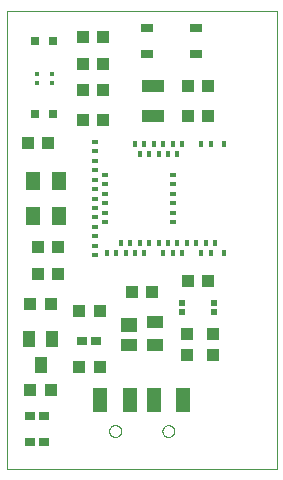
<source format=gtp>
G75*
%MOIN*%
%OFA0B0*%
%FSLAX25Y25*%
%IPPOS*%
%LPD*%
%AMOC8*
5,1,8,0,0,1.08239X$1,22.5*
%
%ADD10C,0.00000*%
%ADD11R,0.01575X0.02362*%
%ADD12R,0.02362X0.01575*%
%ADD13R,0.07480X0.04331*%
%ADD14R,0.04134X0.04252*%
%ADD15R,0.03642X0.02913*%
%ADD16R,0.04252X0.04134*%
%ADD17R,0.05669X0.03937*%
%ADD18R,0.05669X0.04724*%
%ADD19R,0.04724X0.07874*%
%ADD20R,0.03937X0.04331*%
%ADD21R,0.04134X0.02559*%
%ADD22R,0.02165X0.02165*%
%ADD23R,0.03150X0.03150*%
%ADD24R,0.01772X0.01378*%
%ADD25R,0.03937X0.05512*%
%ADD26R,0.04724X0.05906*%
D10*
X0022622Y0058041D02*
X0022622Y0210541D01*
X0112622Y0210541D01*
X0112622Y0058041D01*
X0022622Y0058041D01*
X0056795Y0070541D02*
X0056797Y0070629D01*
X0056803Y0070717D01*
X0056813Y0070805D01*
X0056827Y0070893D01*
X0056844Y0070979D01*
X0056866Y0071065D01*
X0056891Y0071149D01*
X0056921Y0071233D01*
X0056953Y0071315D01*
X0056990Y0071395D01*
X0057030Y0071474D01*
X0057074Y0071551D01*
X0057121Y0071626D01*
X0057171Y0071698D01*
X0057225Y0071769D01*
X0057281Y0071836D01*
X0057341Y0071902D01*
X0057403Y0071964D01*
X0057469Y0072024D01*
X0057536Y0072080D01*
X0057607Y0072134D01*
X0057679Y0072184D01*
X0057754Y0072231D01*
X0057831Y0072275D01*
X0057910Y0072315D01*
X0057990Y0072352D01*
X0058072Y0072384D01*
X0058156Y0072414D01*
X0058240Y0072439D01*
X0058326Y0072461D01*
X0058412Y0072478D01*
X0058500Y0072492D01*
X0058588Y0072502D01*
X0058676Y0072508D01*
X0058764Y0072510D01*
X0058852Y0072508D01*
X0058940Y0072502D01*
X0059028Y0072492D01*
X0059116Y0072478D01*
X0059202Y0072461D01*
X0059288Y0072439D01*
X0059372Y0072414D01*
X0059456Y0072384D01*
X0059538Y0072352D01*
X0059618Y0072315D01*
X0059697Y0072275D01*
X0059774Y0072231D01*
X0059849Y0072184D01*
X0059921Y0072134D01*
X0059992Y0072080D01*
X0060059Y0072024D01*
X0060125Y0071964D01*
X0060187Y0071902D01*
X0060247Y0071836D01*
X0060303Y0071769D01*
X0060357Y0071698D01*
X0060407Y0071626D01*
X0060454Y0071551D01*
X0060498Y0071474D01*
X0060538Y0071395D01*
X0060575Y0071315D01*
X0060607Y0071233D01*
X0060637Y0071149D01*
X0060662Y0071065D01*
X0060684Y0070979D01*
X0060701Y0070893D01*
X0060715Y0070805D01*
X0060725Y0070717D01*
X0060731Y0070629D01*
X0060733Y0070541D01*
X0060731Y0070453D01*
X0060725Y0070365D01*
X0060715Y0070277D01*
X0060701Y0070189D01*
X0060684Y0070103D01*
X0060662Y0070017D01*
X0060637Y0069933D01*
X0060607Y0069849D01*
X0060575Y0069767D01*
X0060538Y0069687D01*
X0060498Y0069608D01*
X0060454Y0069531D01*
X0060407Y0069456D01*
X0060357Y0069384D01*
X0060303Y0069313D01*
X0060247Y0069246D01*
X0060187Y0069180D01*
X0060125Y0069118D01*
X0060059Y0069058D01*
X0059992Y0069002D01*
X0059921Y0068948D01*
X0059849Y0068898D01*
X0059774Y0068851D01*
X0059697Y0068807D01*
X0059618Y0068767D01*
X0059538Y0068730D01*
X0059456Y0068698D01*
X0059372Y0068668D01*
X0059288Y0068643D01*
X0059202Y0068621D01*
X0059116Y0068604D01*
X0059028Y0068590D01*
X0058940Y0068580D01*
X0058852Y0068574D01*
X0058764Y0068572D01*
X0058676Y0068574D01*
X0058588Y0068580D01*
X0058500Y0068590D01*
X0058412Y0068604D01*
X0058326Y0068621D01*
X0058240Y0068643D01*
X0058156Y0068668D01*
X0058072Y0068698D01*
X0057990Y0068730D01*
X0057910Y0068767D01*
X0057831Y0068807D01*
X0057754Y0068851D01*
X0057679Y0068898D01*
X0057607Y0068948D01*
X0057536Y0069002D01*
X0057469Y0069058D01*
X0057403Y0069118D01*
X0057341Y0069180D01*
X0057281Y0069246D01*
X0057225Y0069313D01*
X0057171Y0069384D01*
X0057121Y0069456D01*
X0057074Y0069531D01*
X0057030Y0069608D01*
X0056990Y0069687D01*
X0056953Y0069767D01*
X0056921Y0069849D01*
X0056891Y0069933D01*
X0056866Y0070017D01*
X0056844Y0070103D01*
X0056827Y0070189D01*
X0056813Y0070277D01*
X0056803Y0070365D01*
X0056797Y0070453D01*
X0056795Y0070541D01*
X0074511Y0070541D02*
X0074513Y0070629D01*
X0074519Y0070717D01*
X0074529Y0070805D01*
X0074543Y0070893D01*
X0074560Y0070979D01*
X0074582Y0071065D01*
X0074607Y0071149D01*
X0074637Y0071233D01*
X0074669Y0071315D01*
X0074706Y0071395D01*
X0074746Y0071474D01*
X0074790Y0071551D01*
X0074837Y0071626D01*
X0074887Y0071698D01*
X0074941Y0071769D01*
X0074997Y0071836D01*
X0075057Y0071902D01*
X0075119Y0071964D01*
X0075185Y0072024D01*
X0075252Y0072080D01*
X0075323Y0072134D01*
X0075395Y0072184D01*
X0075470Y0072231D01*
X0075547Y0072275D01*
X0075626Y0072315D01*
X0075706Y0072352D01*
X0075788Y0072384D01*
X0075872Y0072414D01*
X0075956Y0072439D01*
X0076042Y0072461D01*
X0076128Y0072478D01*
X0076216Y0072492D01*
X0076304Y0072502D01*
X0076392Y0072508D01*
X0076480Y0072510D01*
X0076568Y0072508D01*
X0076656Y0072502D01*
X0076744Y0072492D01*
X0076832Y0072478D01*
X0076918Y0072461D01*
X0077004Y0072439D01*
X0077088Y0072414D01*
X0077172Y0072384D01*
X0077254Y0072352D01*
X0077334Y0072315D01*
X0077413Y0072275D01*
X0077490Y0072231D01*
X0077565Y0072184D01*
X0077637Y0072134D01*
X0077708Y0072080D01*
X0077775Y0072024D01*
X0077841Y0071964D01*
X0077903Y0071902D01*
X0077963Y0071836D01*
X0078019Y0071769D01*
X0078073Y0071698D01*
X0078123Y0071626D01*
X0078170Y0071551D01*
X0078214Y0071474D01*
X0078254Y0071395D01*
X0078291Y0071315D01*
X0078323Y0071233D01*
X0078353Y0071149D01*
X0078378Y0071065D01*
X0078400Y0070979D01*
X0078417Y0070893D01*
X0078431Y0070805D01*
X0078441Y0070717D01*
X0078447Y0070629D01*
X0078449Y0070541D01*
X0078447Y0070453D01*
X0078441Y0070365D01*
X0078431Y0070277D01*
X0078417Y0070189D01*
X0078400Y0070103D01*
X0078378Y0070017D01*
X0078353Y0069933D01*
X0078323Y0069849D01*
X0078291Y0069767D01*
X0078254Y0069687D01*
X0078214Y0069608D01*
X0078170Y0069531D01*
X0078123Y0069456D01*
X0078073Y0069384D01*
X0078019Y0069313D01*
X0077963Y0069246D01*
X0077903Y0069180D01*
X0077841Y0069118D01*
X0077775Y0069058D01*
X0077708Y0069002D01*
X0077637Y0068948D01*
X0077565Y0068898D01*
X0077490Y0068851D01*
X0077413Y0068807D01*
X0077334Y0068767D01*
X0077254Y0068730D01*
X0077172Y0068698D01*
X0077088Y0068668D01*
X0077004Y0068643D01*
X0076918Y0068621D01*
X0076832Y0068604D01*
X0076744Y0068590D01*
X0076656Y0068580D01*
X0076568Y0068574D01*
X0076480Y0068572D01*
X0076392Y0068574D01*
X0076304Y0068580D01*
X0076216Y0068590D01*
X0076128Y0068604D01*
X0076042Y0068621D01*
X0075956Y0068643D01*
X0075872Y0068668D01*
X0075788Y0068698D01*
X0075706Y0068730D01*
X0075626Y0068767D01*
X0075547Y0068807D01*
X0075470Y0068851D01*
X0075395Y0068898D01*
X0075323Y0068948D01*
X0075252Y0069002D01*
X0075185Y0069058D01*
X0075119Y0069118D01*
X0075057Y0069180D01*
X0074997Y0069246D01*
X0074941Y0069313D01*
X0074887Y0069384D01*
X0074837Y0069456D01*
X0074790Y0069531D01*
X0074746Y0069608D01*
X0074706Y0069687D01*
X0074669Y0069767D01*
X0074637Y0069849D01*
X0074607Y0069933D01*
X0074582Y0070017D01*
X0074560Y0070103D01*
X0074543Y0070189D01*
X0074529Y0070277D01*
X0074519Y0070365D01*
X0074513Y0070453D01*
X0074511Y0070541D01*
D11*
X0074807Y0129734D03*
X0077957Y0129734D03*
X0079532Y0133278D03*
X0076382Y0133278D03*
X0073232Y0133278D03*
X0070083Y0133278D03*
X0068508Y0129734D03*
X0066933Y0133278D03*
X0063784Y0133278D03*
X0065358Y0129734D03*
X0062209Y0129734D03*
X0059059Y0129734D03*
X0060634Y0133278D03*
X0055910Y0129734D03*
X0066933Y0162805D03*
X0065358Y0166348D03*
X0068508Y0166348D03*
X0070083Y0162805D03*
X0071658Y0166348D03*
X0073232Y0162805D03*
X0074807Y0166348D03*
X0076382Y0162805D03*
X0077957Y0166348D03*
X0079532Y0162805D03*
X0081106Y0166348D03*
X0087406Y0166348D03*
X0090555Y0166348D03*
X0094886Y0166348D03*
X0092130Y0133278D03*
X0090555Y0129734D03*
X0087406Y0129734D03*
X0088980Y0133278D03*
X0085831Y0133278D03*
X0082681Y0133278D03*
X0081106Y0129734D03*
X0094886Y0129734D03*
D12*
X0077957Y0140167D03*
X0077957Y0143317D03*
X0077957Y0146467D03*
X0077957Y0149616D03*
X0077957Y0152766D03*
X0077957Y0155915D03*
X0055516Y0155915D03*
X0055516Y0152766D03*
X0055516Y0149616D03*
X0055516Y0146467D03*
X0055516Y0143317D03*
X0055516Y0140167D03*
X0051973Y0138593D03*
X0051973Y0135443D03*
X0051973Y0132293D03*
X0051973Y0129144D03*
X0051973Y0141742D03*
X0051973Y0144892D03*
X0051973Y0148041D03*
X0051973Y0151191D03*
X0051973Y0154341D03*
X0051973Y0157490D03*
X0051973Y0160640D03*
X0051973Y0163789D03*
X0051973Y0166939D03*
D13*
X0071372Y0175620D03*
X0071372Y0185463D03*
D14*
X0082927Y0185541D03*
X0082927Y0175541D03*
X0089817Y0175541D03*
X0089817Y0185541D03*
X0089817Y0120541D03*
X0082927Y0120541D03*
X0053567Y0110541D03*
X0046677Y0110541D03*
X0039817Y0123041D03*
X0039817Y0131791D03*
X0032927Y0131791D03*
X0032927Y0123041D03*
X0030427Y0113041D03*
X0037317Y0113041D03*
X0046677Y0091791D03*
X0053567Y0091791D03*
X0037317Y0084291D03*
X0030427Y0084291D03*
D15*
X0030260Y0075541D03*
X0034984Y0075541D03*
X0034984Y0066791D03*
X0030260Y0066791D03*
X0047760Y0100541D03*
X0052484Y0100541D03*
D16*
X0082622Y0102736D03*
X0082622Y0095846D03*
X0091372Y0095846D03*
X0091372Y0102736D03*
D17*
X0071953Y0099301D03*
X0071953Y0106781D03*
X0063291Y0099301D03*
D18*
X0063291Y0105994D03*
D19*
X0063685Y0080778D03*
X0071559Y0080778D03*
X0081402Y0080778D03*
X0053843Y0080778D03*
D20*
X0064276Y0116791D03*
X0070969Y0116791D03*
X0054719Y0174291D03*
X0054719Y0184291D03*
X0054719Y0193041D03*
X0054719Y0201791D03*
X0048026Y0201791D03*
X0048026Y0193041D03*
X0048026Y0184291D03*
X0048026Y0174291D03*
X0036281Y0166479D03*
X0029588Y0166479D03*
D21*
X0069453Y0196309D03*
X0069453Y0204774D03*
X0085791Y0204774D03*
X0085791Y0196309D03*
D22*
X0081156Y0113268D03*
X0081156Y0110315D03*
X0091589Y0110315D03*
X0091589Y0113268D03*
D23*
X0038075Y0176166D03*
X0032169Y0176166D03*
X0032169Y0200541D03*
X0038075Y0200541D03*
D24*
X0037681Y0189419D03*
X0037681Y0186663D03*
X0032563Y0186663D03*
X0032563Y0189419D03*
D25*
X0030132Y0101122D03*
X0033872Y0092461D03*
X0037612Y0101122D03*
D26*
X0040122Y0142333D03*
X0040122Y0153750D03*
X0031372Y0153750D03*
X0031372Y0142333D03*
M02*

</source>
